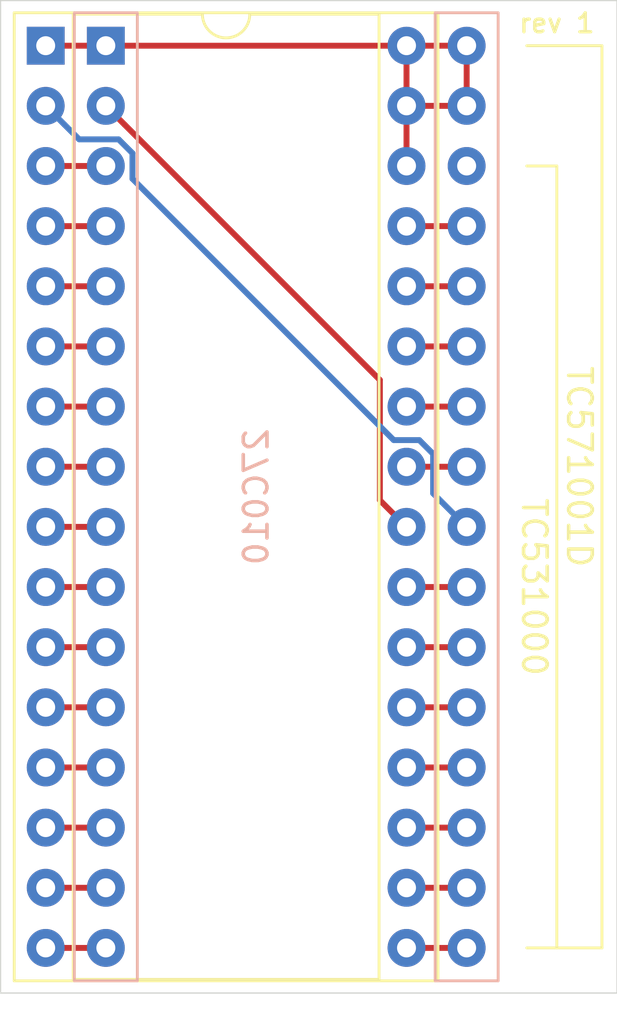
<source format=kicad_pcb>
(kicad_pcb (version 20171130) (host pcbnew "(5.1.5-0-10_14)")

  (general
    (thickness 1.6)
    (drawings 13)
    (tracks 46)
    (zones 0)
    (modules 2)
    (nets 31)
  )

  (page A4)
  (title_block
    (title "TC571001D/TC531000 to 27C010 adapter")
    (date 2021-02-04)
    (rev 1)
    (company "Renee Harke")
    (comment 1 "MIT license; see LICENSE file")
  )

  (layers
    (0 F.Cu signal)
    (31 B.Cu signal)
    (32 B.Adhes user)
    (33 F.Adhes user)
    (34 B.Paste user)
    (35 F.Paste user)
    (36 B.SilkS user)
    (37 F.SilkS user)
    (38 B.Mask user)
    (39 F.Mask user)
    (40 Dwgs.User user)
    (41 Cmts.User user)
    (42 Eco1.User user)
    (43 Eco2.User user)
    (44 Edge.Cuts user)
    (45 Margin user)
    (46 B.CrtYd user)
    (47 F.CrtYd user)
    (48 B.Fab user)
    (49 F.Fab user)
  )

  (setup
    (last_trace_width 0.25)
    (trace_clearance 0.2)
    (zone_clearance 0.508)
    (zone_45_only no)
    (trace_min 0.2)
    (via_size 0.8)
    (via_drill 0.4)
    (via_min_size 0.4)
    (via_min_drill 0.3)
    (uvia_size 0.3)
    (uvia_drill 0.1)
    (uvias_allowed no)
    (uvia_min_size 0.2)
    (uvia_min_drill 0.1)
    (edge_width 0.05)
    (segment_width 0.2)
    (pcb_text_width 0.3)
    (pcb_text_size 1.5 1.5)
    (mod_edge_width 0.12)
    (mod_text_size 1 1)
    (mod_text_width 0.15)
    (pad_size 1.524 1.524)
    (pad_drill 0.762)
    (pad_to_mask_clearance 0.051)
    (solder_mask_min_width 0.25)
    (aux_axis_origin 0 0)
    (visible_elements FFFFFF7F)
    (pcbplotparams
      (layerselection 0x010fc_ffffffff)
      (usegerberextensions false)
      (usegerberattributes false)
      (usegerberadvancedattributes false)
      (creategerberjobfile false)
      (excludeedgelayer true)
      (linewidth 0.100000)
      (plotframeref false)
      (viasonmask false)
      (mode 1)
      (useauxorigin false)
      (hpglpennumber 1)
      (hpglpenspeed 20)
      (hpglpendiameter 15.000000)
      (psnegative false)
      (psa4output false)
      (plotreference true)
      (plotvalue true)
      (plotinvisibletext false)
      (padsonsilk false)
      (subtractmaskfromsilk false)
      (outputformat 1)
      (mirror false)
      (drillshape 0)
      (scaleselection 1)
      (outputdirectory "gerber"))
  )

  (net 0 "")
  (net 1 /+5V)
  (net 2 /GND)
  (net 3 /D2)
  (net 4 /D1)
  (net 5 /A14)
  (net 6 /D0)
  (net 7 /A13)
  (net 8 /A0)
  (net 9 /A8)
  (net 10 /A1)
  (net 11 /A9)
  (net 12 /A2)
  (net 13 /A11)
  (net 14 /A3)
  (net 15 /A16)
  (net 16 /A4)
  (net 17 /A10)
  (net 18 /A5)
  (net 19 /CE)
  (net 20 /A6)
  (net 21 /D7)
  (net 22 /A7)
  (net 23 /D6)
  (net 24 /A12)
  (net 25 /D5)
  (net 26 /A15)
  (net 27 /D4)
  (net 28 /OE)
  (net 29 /D3)
  (net 30 "Net-(J2-Pad30)")

  (net_class Default "This is the default net class."
    (clearance 0.2)
    (trace_width 0.25)
    (via_dia 0.8)
    (via_drill 0.4)
    (uvia_dia 0.3)
    (uvia_drill 0.1)
    (add_net /+5V)
    (add_net /A0)
    (add_net /A1)
    (add_net /A10)
    (add_net /A11)
    (add_net /A12)
    (add_net /A13)
    (add_net /A14)
    (add_net /A15)
    (add_net /A16)
    (add_net /A2)
    (add_net /A3)
    (add_net /A4)
    (add_net /A5)
    (add_net /A6)
    (add_net /A7)
    (add_net /A8)
    (add_net /A9)
    (add_net /CE)
    (add_net /D0)
    (add_net /D1)
    (add_net /D2)
    (add_net /D3)
    (add_net /D4)
    (add_net /D5)
    (add_net /D6)
    (add_net /D7)
    (add_net /GND)
    (add_net /OE)
    (add_net "Net-(J2-Pad30)")
  )

  (module Package_DIP:DIP-32_W15.24mm_Socket (layer F.Cu) (tedit 5A02E8C5) (tstamp 601D0E21)
    (at 121.92 48.26)
    (descr "32-lead though-hole mounted DIP package, row spacing 15.24 mm (600 mils), Socket")
    (tags "THT DIP DIL PDIP 2.54mm 15.24mm 600mil Socket")
    (path /601CB621)
    (fp_text reference J1 (at 7.62 -2.33) (layer F.SilkS) hide
      (effects (font (size 1 1) (thickness 0.15)))
    )
    (fp_text value TC571001D (at 7.62 40.43) (layer F.Fab)
      (effects (font (size 1 1) (thickness 0.15)))
    )
    (fp_text user %R (at 7.62 19.05) (layer F.Fab) hide
      (effects (font (size 1 1) (thickness 0.15)))
    )
    (fp_line (start 16.8 -1.6) (end -1.55 -1.6) (layer F.CrtYd) (width 0.05))
    (fp_line (start 16.8 39.7) (end 16.8 -1.6) (layer F.CrtYd) (width 0.05))
    (fp_line (start -1.55 39.7) (end 16.8 39.7) (layer F.CrtYd) (width 0.05))
    (fp_line (start -1.55 -1.6) (end -1.55 39.7) (layer F.CrtYd) (width 0.05))
    (fp_line (start 16.57 -1.39) (end -1.33 -1.39) (layer F.SilkS) (width 0.12))
    (fp_line (start 16.57 39.49) (end 16.57 -1.39) (layer F.SilkS) (width 0.12))
    (fp_line (start -1.33 39.49) (end 16.57 39.49) (layer F.SilkS) (width 0.12))
    (fp_line (start -1.33 -1.39) (end -1.33 39.49) (layer F.SilkS) (width 0.12))
    (fp_line (start 14.08 -1.33) (end 8.62 -1.33) (layer F.SilkS) (width 0.12))
    (fp_line (start 14.08 39.43) (end 14.08 -1.33) (layer F.SilkS) (width 0.12))
    (fp_line (start 1.16 39.43) (end 14.08 39.43) (layer F.SilkS) (width 0.12))
    (fp_line (start 1.16 -1.33) (end 1.16 39.43) (layer F.SilkS) (width 0.12))
    (fp_line (start 6.62 -1.33) (end 1.16 -1.33) (layer F.SilkS) (width 0.12))
    (fp_line (start 16.51 -1.33) (end -1.27 -1.33) (layer F.Fab) (width 0.1))
    (fp_line (start 16.51 39.43) (end 16.51 -1.33) (layer F.Fab) (width 0.1))
    (fp_line (start -1.27 39.43) (end 16.51 39.43) (layer F.Fab) (width 0.1))
    (fp_line (start -1.27 -1.33) (end -1.27 39.43) (layer F.Fab) (width 0.1))
    (fp_line (start 0.255 -0.27) (end 1.255 -1.27) (layer F.Fab) (width 0.1))
    (fp_line (start 0.255 39.37) (end 0.255 -0.27) (layer F.Fab) (width 0.1))
    (fp_line (start 14.985 39.37) (end 0.255 39.37) (layer F.Fab) (width 0.1))
    (fp_line (start 14.985 -1.27) (end 14.985 39.37) (layer F.Fab) (width 0.1))
    (fp_line (start 1.255 -1.27) (end 14.985 -1.27) (layer F.Fab) (width 0.1))
    (fp_arc (start 7.62 -1.33) (end 6.62 -1.33) (angle -180) (layer F.SilkS) (width 0.12))
    (pad 32 thru_hole oval (at 15.24 0) (size 1.6 1.6) (drill 0.8) (layers *.Cu *.Mask)
      (net 1 /+5V))
    (pad 16 thru_hole oval (at 0 38.1) (size 1.6 1.6) (drill 0.8) (layers *.Cu *.Mask)
      (net 2 /GND))
    (pad 31 thru_hole oval (at 15.24 2.54) (size 1.6 1.6) (drill 0.8) (layers *.Cu *.Mask)
      (net 1 /+5V))
    (pad 15 thru_hole oval (at 0 35.56) (size 1.6 1.6) (drill 0.8) (layers *.Cu *.Mask)
      (net 3 /D2))
    (pad 30 thru_hole oval (at 15.24 5.08) (size 1.6 1.6) (drill 0.8) (layers *.Cu *.Mask)
      (net 1 /+5V))
    (pad 14 thru_hole oval (at 0 33.02) (size 1.6 1.6) (drill 0.8) (layers *.Cu *.Mask)
      (net 4 /D1))
    (pad 29 thru_hole oval (at 15.24 7.62) (size 1.6 1.6) (drill 0.8) (layers *.Cu *.Mask)
      (net 5 /A14))
    (pad 13 thru_hole oval (at 0 30.48) (size 1.6 1.6) (drill 0.8) (layers *.Cu *.Mask)
      (net 6 /D0))
    (pad 28 thru_hole oval (at 15.24 10.16) (size 1.6 1.6) (drill 0.8) (layers *.Cu *.Mask)
      (net 7 /A13))
    (pad 12 thru_hole oval (at 0 27.94) (size 1.6 1.6) (drill 0.8) (layers *.Cu *.Mask)
      (net 8 /A0))
    (pad 27 thru_hole oval (at 15.24 12.7) (size 1.6 1.6) (drill 0.8) (layers *.Cu *.Mask)
      (net 9 /A8))
    (pad 11 thru_hole oval (at 0 25.4) (size 1.6 1.6) (drill 0.8) (layers *.Cu *.Mask)
      (net 10 /A1))
    (pad 26 thru_hole oval (at 15.24 15.24) (size 1.6 1.6) (drill 0.8) (layers *.Cu *.Mask)
      (net 11 /A9))
    (pad 10 thru_hole oval (at 0 22.86) (size 1.6 1.6) (drill 0.8) (layers *.Cu *.Mask)
      (net 12 /A2))
    (pad 25 thru_hole oval (at 15.24 17.78) (size 1.6 1.6) (drill 0.8) (layers *.Cu *.Mask)
      (net 13 /A11))
    (pad 9 thru_hole oval (at 0 20.32) (size 1.6 1.6) (drill 0.8) (layers *.Cu *.Mask)
      (net 14 /A3))
    (pad 24 thru_hole oval (at 15.24 20.32) (size 1.6 1.6) (drill 0.8) (layers *.Cu *.Mask)
      (net 15 /A16))
    (pad 8 thru_hole oval (at 0 17.78) (size 1.6 1.6) (drill 0.8) (layers *.Cu *.Mask)
      (net 16 /A4))
    (pad 23 thru_hole oval (at 15.24 22.86) (size 1.6 1.6) (drill 0.8) (layers *.Cu *.Mask)
      (net 17 /A10))
    (pad 7 thru_hole oval (at 0 15.24) (size 1.6 1.6) (drill 0.8) (layers *.Cu *.Mask)
      (net 18 /A5))
    (pad 22 thru_hole oval (at 15.24 25.4) (size 1.6 1.6) (drill 0.8) (layers *.Cu *.Mask)
      (net 19 /CE))
    (pad 6 thru_hole oval (at 0 12.7) (size 1.6 1.6) (drill 0.8) (layers *.Cu *.Mask)
      (net 20 /A6))
    (pad 21 thru_hole oval (at 15.24 27.94) (size 1.6 1.6) (drill 0.8) (layers *.Cu *.Mask)
      (net 21 /D7))
    (pad 5 thru_hole oval (at 0 10.16) (size 1.6 1.6) (drill 0.8) (layers *.Cu *.Mask)
      (net 22 /A7))
    (pad 20 thru_hole oval (at 15.24 30.48) (size 1.6 1.6) (drill 0.8) (layers *.Cu *.Mask)
      (net 23 /D6))
    (pad 4 thru_hole oval (at 0 7.62) (size 1.6 1.6) (drill 0.8) (layers *.Cu *.Mask)
      (net 24 /A12))
    (pad 19 thru_hole oval (at 15.24 33.02) (size 1.6 1.6) (drill 0.8) (layers *.Cu *.Mask)
      (net 25 /D5))
    (pad 3 thru_hole oval (at 0 5.08) (size 1.6 1.6) (drill 0.8) (layers *.Cu *.Mask)
      (net 26 /A15))
    (pad 18 thru_hole oval (at 15.24 35.56) (size 1.6 1.6) (drill 0.8) (layers *.Cu *.Mask)
      (net 27 /D4))
    (pad 2 thru_hole oval (at 0 2.54) (size 1.6 1.6) (drill 0.8) (layers *.Cu *.Mask)
      (net 28 /OE))
    (pad 17 thru_hole oval (at 15.24 38.1) (size 1.6 1.6) (drill 0.8) (layers *.Cu *.Mask)
      (net 29 /D3))
    (pad 1 thru_hole rect (at 0 0) (size 1.6 1.6) (drill 0.8) (layers *.Cu *.Mask)
      (net 1 /+5V))
    (model ${KISYS3DMOD}/Package_DIP.3dshapes/DIP-32_W15.24mm_Socket.wrl
      (at (xyz 0 0 0))
      (scale (xyz 1 1 1))
      (rotate (xyz 0 0 0))
    )
  )

  (module footprint:DIP-32_W15.24mm_Headers (layer B.Cu) (tedit 601E127A) (tstamp 601D0E5E)
    (at 139.7 48.26 180)
    (descr "32-lead though-hole mounted DIP package, row spacing 15.24 mm (600 mils), Socket")
    (tags "THT DIP DIL PDIP 2.54mm 15.24mm 600mil Socket")
    (path /601D167D)
    (fp_text reference J2 (at 7.62 2.33) (layer B.SilkS) hide
      (effects (font (size 1 1) (thickness 0.15)) (justify mirror))
    )
    (fp_text value 27C010 (at 7.62 -40.43) (layer B.Fab)
      (effects (font (size 1 1) (thickness 0.15)) (justify mirror))
    )
    (fp_line (start 16.51 -39.43) (end 16.51 1.33) (layer B.Fab) (width 0.1))
    (fp_line (start 16.79 -39.7) (end 16.79 1.6) (layer B.CrtYd) (width 0.05))
    (fp_line (start 16.57 -39.49) (end 16.57 1.39) (layer B.SilkS) (width 0.12))
    (fp_line (start 13.97 1.33) (end 13.97 -39.43) (layer B.Fab) (width 0.1))
    (fp_line (start 13.97 -39.43) (end 16.51 -39.43) (layer B.Fab) (width 0.1))
    (fp_line (start 16.51 1.33) (end 13.97 1.33) (layer B.Fab) (width 0.1))
    (fp_line (start 13.91 1.39) (end 13.91 -39.49) (layer B.SilkS) (width 0.12))
    (fp_line (start 13.91 -39.49) (end 16.57 -39.49) (layer B.SilkS) (width 0.12))
    (fp_line (start 16.57 1.39) (end 13.91 1.39) (layer B.SilkS) (width 0.12))
    (fp_line (start 13.69 1.6) (end 13.69 -39.7) (layer B.CrtYd) (width 0.05))
    (fp_line (start 13.69 -39.7) (end 16.79 -39.7) (layer B.CrtYd) (width 0.05))
    (fp_line (start 16.79 1.6) (end 13.69 1.6) (layer B.CrtYd) (width 0.05))
    (fp_line (start 1.55 -39.7) (end 1.55 1.6) (layer B.CrtYd) (width 0.05))
    (fp_line (start 1.27 -39.43) (end 1.27 1.33) (layer B.Fab) (width 0.1))
    (fp_line (start 1.33 -39.49) (end 1.33 1.39) (layer B.SilkS) (width 0.12))
    (fp_text user %R (at 7.62 -19.05) (layer B.Fab) hide
      (effects (font (size 1 1) (thickness 0.15)) (justify mirror))
    )
    (fp_line (start 1.55 1.6) (end -1.55 1.6) (layer B.CrtYd) (width 0.05))
    (fp_line (start -1.55 -39.7) (end 1.55 -39.7) (layer B.CrtYd) (width 0.05))
    (fp_line (start -1.55 1.6) (end -1.55 -39.7) (layer B.CrtYd) (width 0.05))
    (fp_line (start 1.33 1.39) (end -1.33 1.39) (layer B.SilkS) (width 0.12))
    (fp_line (start -1.33 -39.49) (end 1.33 -39.49) (layer B.SilkS) (width 0.12))
    (fp_line (start -1.33 1.39) (end -1.33 -39.49) (layer B.SilkS) (width 0.12))
    (fp_line (start 1.27 1.33) (end -1.27 1.33) (layer B.Fab) (width 0.1))
    (fp_line (start -1.27 -39.43) (end 1.27 -39.43) (layer B.Fab) (width 0.1))
    (fp_line (start -1.27 1.33) (end -1.27 -39.43) (layer B.Fab) (width 0.1))
    (pad 1 thru_hole rect (at 15.24 0 180) (size 1.6 1.6) (drill 0.8) (layers *.Cu *.Mask)
      (net 1 /+5V))
    (pad 17 thru_hole oval (at 0 -38.1 180) (size 1.6 1.6) (drill 0.8) (layers *.Cu *.Mask)
      (net 29 /D3))
    (pad 2 thru_hole oval (at 15.24 -2.54 180) (size 1.6 1.6) (drill 0.8) (layers *.Cu *.Mask)
      (net 15 /A16))
    (pad 18 thru_hole oval (at 0 -35.56 180) (size 1.6 1.6) (drill 0.8) (layers *.Cu *.Mask)
      (net 27 /D4))
    (pad 3 thru_hole oval (at 15.24 -5.08 180) (size 1.6 1.6) (drill 0.8) (layers *.Cu *.Mask)
      (net 26 /A15))
    (pad 19 thru_hole oval (at 0 -33.02 180) (size 1.6 1.6) (drill 0.8) (layers *.Cu *.Mask)
      (net 25 /D5))
    (pad 4 thru_hole oval (at 15.24 -7.62 180) (size 1.6 1.6) (drill 0.8) (layers *.Cu *.Mask)
      (net 24 /A12))
    (pad 20 thru_hole oval (at 0 -30.48 180) (size 1.6 1.6) (drill 0.8) (layers *.Cu *.Mask)
      (net 23 /D6))
    (pad 5 thru_hole oval (at 15.24 -10.16 180) (size 1.6 1.6) (drill 0.8) (layers *.Cu *.Mask)
      (net 22 /A7))
    (pad 21 thru_hole oval (at 0 -27.94 180) (size 1.6 1.6) (drill 0.8) (layers *.Cu *.Mask)
      (net 21 /D7))
    (pad 6 thru_hole oval (at 15.24 -12.7 180) (size 1.6 1.6) (drill 0.8) (layers *.Cu *.Mask)
      (net 20 /A6))
    (pad 22 thru_hole oval (at 0 -25.4 180) (size 1.6 1.6) (drill 0.8) (layers *.Cu *.Mask)
      (net 19 /CE))
    (pad 7 thru_hole oval (at 15.24 -15.24 180) (size 1.6 1.6) (drill 0.8) (layers *.Cu *.Mask)
      (net 18 /A5))
    (pad 23 thru_hole oval (at 0 -22.86 180) (size 1.6 1.6) (drill 0.8) (layers *.Cu *.Mask)
      (net 17 /A10))
    (pad 8 thru_hole oval (at 15.24 -17.78 180) (size 1.6 1.6) (drill 0.8) (layers *.Cu *.Mask)
      (net 16 /A4))
    (pad 24 thru_hole oval (at 0 -20.32 180) (size 1.6 1.6) (drill 0.8) (layers *.Cu *.Mask)
      (net 28 /OE))
    (pad 9 thru_hole oval (at 15.24 -20.32 180) (size 1.6 1.6) (drill 0.8) (layers *.Cu *.Mask)
      (net 14 /A3))
    (pad 25 thru_hole oval (at 0 -17.78 180) (size 1.6 1.6) (drill 0.8) (layers *.Cu *.Mask)
      (net 13 /A11))
    (pad 10 thru_hole oval (at 15.24 -22.86 180) (size 1.6 1.6) (drill 0.8) (layers *.Cu *.Mask)
      (net 12 /A2))
    (pad 26 thru_hole oval (at 0 -15.24 180) (size 1.6 1.6) (drill 0.8) (layers *.Cu *.Mask)
      (net 11 /A9))
    (pad 11 thru_hole oval (at 15.24 -25.4 180) (size 1.6 1.6) (drill 0.8) (layers *.Cu *.Mask)
      (net 10 /A1))
    (pad 27 thru_hole oval (at 0 -12.7 180) (size 1.6 1.6) (drill 0.8) (layers *.Cu *.Mask)
      (net 9 /A8))
    (pad 12 thru_hole oval (at 15.24 -27.94 180) (size 1.6 1.6) (drill 0.8) (layers *.Cu *.Mask)
      (net 8 /A0))
    (pad 28 thru_hole oval (at 0 -10.16 180) (size 1.6 1.6) (drill 0.8) (layers *.Cu *.Mask)
      (net 7 /A13))
    (pad 13 thru_hole oval (at 15.24 -30.48 180) (size 1.6 1.6) (drill 0.8) (layers *.Cu *.Mask)
      (net 6 /D0))
    (pad 29 thru_hole oval (at 0 -7.62 180) (size 1.6 1.6) (drill 0.8) (layers *.Cu *.Mask)
      (net 5 /A14))
    (pad 14 thru_hole oval (at 15.24 -33.02 180) (size 1.6 1.6) (drill 0.8) (layers *.Cu *.Mask)
      (net 4 /D1))
    (pad 30 thru_hole oval (at 0 -5.08 180) (size 1.6 1.6) (drill 0.8) (layers *.Cu *.Mask)
      (net 30 "Net-(J2-Pad30)"))
    (pad 15 thru_hole oval (at 15.24 -35.56 180) (size 1.6 1.6) (drill 0.8) (layers *.Cu *.Mask)
      (net 3 /D2))
    (pad 31 thru_hole oval (at 0 -2.54 180) (size 1.6 1.6) (drill 0.8) (layers *.Cu *.Mask)
      (net 1 /+5V))
    (pad 16 thru_hole oval (at 15.24 -38.1 180) (size 1.6 1.6) (drill 0.8) (layers *.Cu *.Mask)
      (net 2 /GND))
    (pad 32 thru_hole oval (at 0 0 180) (size 1.6 1.6) (drill 0.8) (layers *.Cu *.Mask)
      (net 1 /+5V))
    (model ${KISYS3DMOD}/Connector_PinHeader_2.54mm.3dshapes/PinHeader_1x16_P2.54mm_Vertical.wrl
      (at (xyz 0 0 0))
      (scale (xyz 1 1 1))
      (rotate (xyz 0 0 0))
    )
    (model ${KISYS3DMOD}/Connector_PinHeader_2.54mm.3dshapes/PinHeader_1x16_P2.54mm_Vertical.wrl
      (offset (xyz 15.24 0 0))
      (scale (xyz 1 1 1))
      (rotate (xyz 0 0 0))
    )
  )

  (gr_text "rev 1" (at 143.51 47.3075) (layer F.SilkS)
    (effects (font (size 0.8 0.8) (thickness 0.14)))
  )
  (gr_text 27C010 (at 130.81 67.31 90) (layer B.SilkS)
    (effects (font (size 1 1) (thickness 0.15)) (justify mirror))
  )
  (gr_text TC571001D (at 144.4625 66.04 270) (layer F.SilkS)
    (effects (font (size 1 1) (thickness 0.15)))
  )
  (gr_line (start 145.415 48.26) (end 145.415 86.36) (layer F.SilkS) (width 0.12))
  (gr_line (start 142.24 48.26) (end 145.415 48.26) (layer F.SilkS) (width 0.12))
  (gr_text TC531000 (at 142.5575 71.12 270) (layer F.SilkS)
    (effects (font (size 1 1) (thickness 0.15)))
  )
  (gr_line (start 145.415 86.36) (end 142.24 86.36) (layer F.SilkS) (width 0.12))
  (gr_line (start 143.51 53.34) (end 143.51 86.36) (layer F.SilkS) (width 0.12))
  (gr_line (start 142.24 53.34) (end 143.51 53.34) (layer F.SilkS) (width 0.12))
  (gr_line (start 120.015 88.265) (end 120.015 46.355) (layer Edge.Cuts) (width 0.05) (tstamp 601D10FA))
  (gr_line (start 146.05 88.265) (end 120.015 88.265) (layer Edge.Cuts) (width 0.05))
  (gr_line (start 146.05 46.355) (end 146.05 88.265) (layer Edge.Cuts) (width 0.05))
  (gr_line (start 120.015 46.355) (end 146.05 46.355) (layer Edge.Cuts) (width 0.05))

  (segment (start 121.92 48.26) (end 124.46 48.26) (width 0.25) (layer F.Cu) (net 1))
  (segment (start 124.46 48.26) (end 137.16 48.26) (width 0.25) (layer F.Cu) (net 1))
  (segment (start 137.16 48.26) (end 137.16 53.34) (width 0.25) (layer F.Cu) (net 1))
  (segment (start 137.16 48.26) (end 139.7 48.26) (width 0.25) (layer F.Cu) (net 1))
  (segment (start 139.7 48.26) (end 139.7 50.8) (width 0.25) (layer F.Cu) (net 1))
  (segment (start 139.7 50.8) (end 137.16 50.8) (width 0.25) (layer F.Cu) (net 1))
  (segment (start 124.46 86.36) (end 121.92 86.36) (width 0.25) (layer F.Cu) (net 2))
  (segment (start 121.92 83.82) (end 124.46 83.82) (width 0.25) (layer F.Cu) (net 3))
  (segment (start 124.46 81.28) (end 121.92 81.28) (width 0.25) (layer F.Cu) (net 4))
  (segment (start 137.16 55.88) (end 139.7 55.88) (width 0.25) (layer F.Cu) (net 5))
  (segment (start 121.92 78.74) (end 124.46 78.74) (width 0.25) (layer F.Cu) (net 6))
  (segment (start 139.7 58.42) (end 137.16 58.42) (width 0.25) (layer F.Cu) (net 7))
  (segment (start 124.46 76.2) (end 121.92 76.2) (width 0.25) (layer F.Cu) (net 8))
  (segment (start 137.16 60.96) (end 139.7 60.96) (width 0.25) (layer F.Cu) (net 9))
  (segment (start 121.92 73.66) (end 124.46 73.66) (width 0.25) (layer F.Cu) (net 10))
  (segment (start 139.7 63.5) (end 137.16 63.5) (width 0.25) (layer F.Cu) (net 11))
  (segment (start 124.46 71.12) (end 121.92 71.12) (width 0.25) (layer F.Cu) (net 12))
  (segment (start 137.16 66.04) (end 139.7 66.04) (width 0.25) (layer F.Cu) (net 13))
  (segment (start 121.92 68.58) (end 124.46 68.58) (width 0.25) (layer F.Cu) (net 14))
  (segment (start 125.259999 51.599999) (end 124.46 50.8) (width 0.25) (layer F.Cu) (net 15))
  (segment (start 136.034999 62.374999) (end 125.259999 51.599999) (width 0.25) (layer F.Cu) (net 15))
  (segment (start 136.034999 67.454999) (end 136.034999 62.374999) (width 0.25) (layer F.Cu) (net 15))
  (segment (start 137.16 68.58) (end 136.034999 67.454999) (width 0.25) (layer F.Cu) (net 15))
  (segment (start 124.46 66.04) (end 121.92 66.04) (width 0.25) (layer F.Cu) (net 16))
  (segment (start 137.16 71.12) (end 139.7 71.12) (width 0.25) (layer F.Cu) (net 17))
  (segment (start 121.92 63.5) (end 124.46 63.5) (width 0.25) (layer F.Cu) (net 18))
  (segment (start 139.7 73.66) (end 137.16 73.66) (width 0.25) (layer F.Cu) (net 19))
  (segment (start 124.46 60.96) (end 121.92 60.96) (width 0.25) (layer F.Cu) (net 20))
  (segment (start 137.16 76.2) (end 139.7 76.2) (width 0.25) (layer F.Cu) (net 21))
  (segment (start 121.92 58.42) (end 124.46 58.42) (width 0.25) (layer F.Cu) (net 22))
  (segment (start 139.7 78.74) (end 137.16 78.74) (width 0.25) (layer F.Cu) (net 23))
  (segment (start 124.46 55.88) (end 121.92 55.88) (width 0.25) (layer F.Cu) (net 24))
  (segment (start 137.16 81.28) (end 139.7 81.28) (width 0.25) (layer F.Cu) (net 25))
  (segment (start 121.92 53.34) (end 124.46 53.34) (width 0.25) (layer F.Cu) (net 26))
  (segment (start 139.7 83.82) (end 137.16 83.82) (width 0.25) (layer F.Cu) (net 27))
  (segment (start 125.000001 52.214999) (end 123.334999 52.214999) (width 0.25) (layer B.Cu) (net 28))
  (segment (start 125.585001 52.799999) (end 125.000001 52.214999) (width 0.25) (layer B.Cu) (net 28))
  (segment (start 122.719999 51.599999) (end 121.92 50.8) (width 0.25) (layer B.Cu) (net 28))
  (segment (start 123.334999 52.214999) (end 122.719999 51.599999) (width 0.25) (layer B.Cu) (net 28))
  (segment (start 125.585001 53.880001) (end 125.585001 52.799999) (width 0.25) (layer B.Cu) (net 28))
  (segment (start 138.285001 65.499999) (end 137.700001 64.914999) (width 0.25) (layer B.Cu) (net 28))
  (segment (start 137.700001 64.914999) (end 136.619999 64.914999) (width 0.25) (layer B.Cu) (net 28))
  (segment (start 138.285001 67.165001) (end 138.285001 65.499999) (width 0.25) (layer B.Cu) (net 28))
  (segment (start 136.619999 64.914999) (end 125.585001 53.880001) (width 0.25) (layer B.Cu) (net 28))
  (segment (start 139.7 68.58) (end 138.285001 67.165001) (width 0.25) (layer B.Cu) (net 28))
  (segment (start 137.16 86.36) (end 139.7 86.36) (width 0.25) (layer F.Cu) (net 29))

)

</source>
